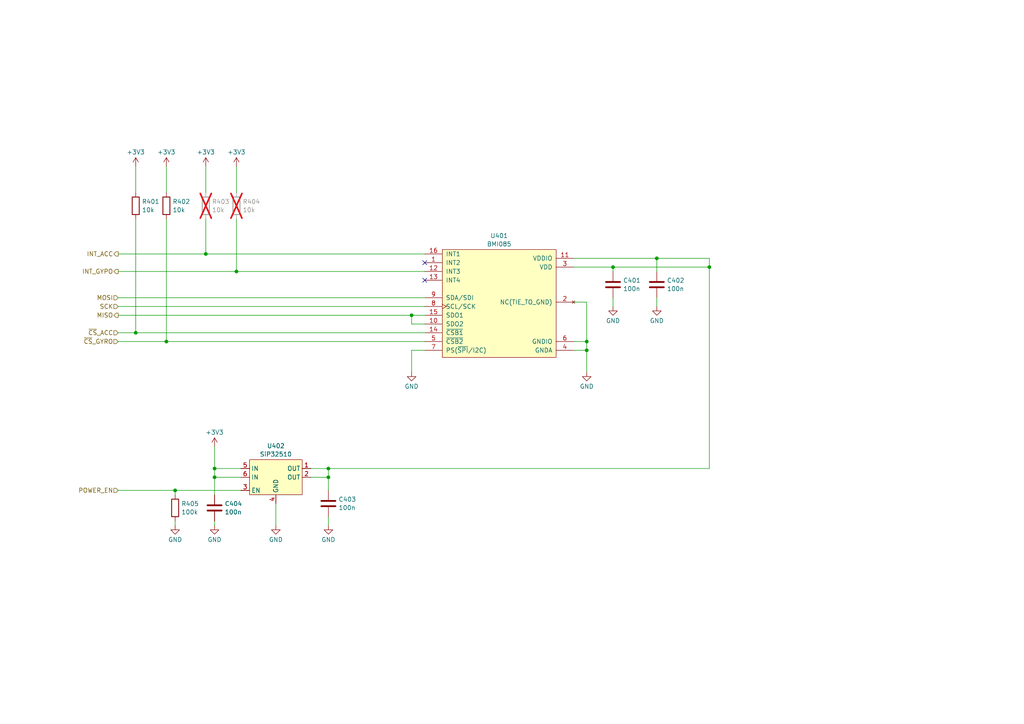
<source format=kicad_sch>
(kicad_sch (version 20230121) (generator eeschema)
  (paper "A4")
  (lib_symbols
    (symbol "Device:C" (pin_numbers hide) (pin_names (offset 0.254))
      (property "Reference" "C" (at 0.635 2.54 0))
      (property "Value" "C" (at 0.635 -2.54 0))
      (symbol "C_0_1"
        (polyline (pts (xy -2.032 -0.762) (xy 2.032 -0.762)) (stroke (width 0.508)))
        (polyline (pts (xy -2.032 0.762) (xy 2.032 0.762)) (stroke (width 0.508)))
      )
      (symbol "C_1_1"
        (pin passive line (at 0 3.81 270) (length 2.794) (name "~") (number "1"))
        (pin passive line (at 0 -3.81 90) (length 2.794) (name "~") (number "2"))
      )
    )
    (symbol "Device:R" (pin_numbers hide) (pin_names (offset 0))
      (property "Reference" "R" (at 2.032 0 90))
      (property "Value" "R" (at 0 0 90))
      (symbol "R_0_1"
        (rectangle (start -1.016 -2.54) (end 1.016 2.54) (stroke (width 0.254)))
      )
      (symbol "R_1_1"
        (pin passive line (at 0 3.81 270) (length 1.27) (name "~") (number "1"))
        (pin passive line (at 0 -3.81 90) (length 1.27) (name "~") (number "2"))
      )
    )
    (symbol "power:+3V3" (power) (pin_names (offset 0))
      (property "Value" "+3V3" (at 0 3.556 0))
      (symbol "+3V3_0_1"
        (polyline (pts (xy -0.762 1.27) (xy 0 2.54)))
        (polyline (pts (xy 0 0) (xy 0 2.54)))
        (polyline (pts (xy 0 2.54) (xy 0.762 1.27)))
      )
      (symbol "+3V3_1_1"
        (pin power_in line (at 0 0 90) (length 0) hide (name "+3V3") (number "1"))
      )
    )
    (symbol "power:GND" (power) (pin_names (offset 0))
      (property "Value" "GND" (at 0 -3.81 0))
      (symbol "GND_0_1"
        (polyline (pts (xy 0 0) (xy 0 -1.27) (xy 1.27 -1.27) (xy 0 -2.54) (xy -1.27 -1.27) (xy 0 -1.27)))
      )
      (symbol "GND_1_1"
        (pin power_in line (at 0 0 270) (length 0) hide (name "GND") (number "1"))
      )
    )
    (symbol "shimatta_pmic:SiP32510"
      (property "Reference" "U" (at 5.08 6.35 0))
      (property "Value" "SiP32510" (at -2.54 6.35 0))
      (symbol "SiP32510_1_1"
        (rectangle (start -7.62 5.08) (end 7.62 -5.08) (fill (type background)))
        (pin power_out line (at 10.16 2.54 180) (length 2.54) (name "OUT") (number "1"))
        (pin power_out line (at 10.16 0 180) (length 2.54) (name "OUT") (number "2"))
        (pin input line (at -10.16 -3.81 0) (length 2.54) (name "EN") (number "3"))
        (pin power_in line (at 0 -7.62 90) (length 2.54) (name "GND") (number "4"))
        (pin power_in line (at -10.16 2.54 0) (length 2.54) (name "IN") (number "5"))
        (pin power_in line (at -10.16 0 0) (length 2.54) (name "IN") (number "6"))
      )
    )
    (symbol "shimatta_sensors:BMI085" (pin_names (offset 1.016))
      (property "Reference" "U" (at 16.51 1.27 0))
      (property "Value" "BMI085" (at 16.51 -2.54 0))
      (symbol "BMI085_0_1"
        (rectangle (start 0 0) (end 33.02 -31.242) (fill (type background)))
      )
      (symbol "BMI085_1_1"
        (pin bidirectional line (at -5.08 -3.81 0) (length 5.08) (name "INT2") (number "1"))
        (pin output line (at -5.08 -21.59 0) (length 5.08) (name "SDO2") (number "10"))
        (pin power_in line (at 38.1 -2.54 180) (length 5.08) (name "VDDIO") (number "11"))
        (pin bidirectional line (at -5.08 -6.35 0) (length 5.08) (name "INT3") (number "12"))
        (pin bidirectional line (at -5.08 -8.89 0) (length 5.08) (name "INT4") (number "13"))
        (pin input line (at -5.08 -24.13 0) (length 5.08) (name "~{CSB1}") (number "14"))
        (pin output line (at -5.08 -19.05 0) (length 5.08) (name "SDO1") (number "15"))
        (pin bidirectional line (at -5.08 -1.27 0) (length 5.08) (name "INT1") (number "16"))
        (pin no_connect line (at 38.1 -15.24 180) (length 5.08) (name "NC(TIE_TO_GND)") (number "2"))
        (pin power_in line (at 38.1 -5.08 180) (length 5.08) (name "VDD") (number "3"))
        (pin power_in line (at 38.1 -29.21 180) (length 5.08) (name "GNDA") (number "4"))
        (pin input line (at -5.08 -26.67 0) (length 5.08) (name "~{CSB2}") (number "5"))
        (pin power_in line (at 38.1 -26.67 180) (length 5.08) (name "GNDIO") (number "6"))
        (pin input line (at -5.08 -29.21 0) (length 5.08) (name "PS(~{SPI}/I2C)") (number "7"))
        (pin input clock (at -5.08 -16.51 0) (length 5.08) (name "SCL/SCK") (number "8"))
        (pin bidirectional line (at -5.08 -13.97 0) (length 5.08) (name "SDA/SDI") (number "9"))
      )
    )
  )
  (junction (at 62.23 135.89))
  (junction (at 59.69 73.66))
  (junction (at 48.26 99.06))
  (junction (at 95.25 138.43))
  (junction (at 95.25 135.89))
  (junction (at 119.38 91.44))
  (junction (at 50.8 142.24))
  (junction (at 205.74 77.47))
  (junction (at 68.58 78.74))
  (junction (at 170.18 101.6))
  (junction (at 170.18 99.06))
  (junction (at 62.23 138.43))
  (junction (at 39.37 96.52))
  (junction (at 177.8 77.47))
  (junction (at 190.5 74.93))
  (no_connect (at 123.19 76.2))
  (no_connect (at 123.19 81.28))
  (wire (pts (xy 48.26 63.5) (xy 48.26 99.06)))
  (wire (pts (xy 80.01 146.05) (xy 80.01 152.4)))
  (wire (pts (xy 119.38 101.6) (xy 119.38 107.95)))
  (wire (pts (xy 190.5 74.93) (xy 205.74 74.93)))
  (wire (pts (xy 62.23 143.51) (xy 62.23 138.43)))
  (wire (pts (xy 39.37 48.26) (xy 39.37 55.88)))
  (wire (pts (xy 50.8 151.13) (xy 50.8 152.4)))
  (wire (pts (xy 68.58 63.5) (xy 68.58 78.74)))
  (wire (pts (xy 190.5 86.36) (xy 190.5 88.9)))
  (wire (pts (xy 177.8 77.47) (xy 205.74 77.47)))
  (wire (pts (xy 50.8 142.24) (xy 69.85 142.24)))
  (wire (pts (xy 34.29 91.44) (xy 119.38 91.44)))
  (wire (pts (xy 177.8 77.47) (xy 177.8 78.74)))
  (wire (pts (xy 95.25 135.89) (xy 90.17 135.89)))
  (wire (pts (xy 62.23 138.43) (xy 69.85 138.43)))
  (wire (pts (xy 205.74 77.47) (xy 205.74 135.89)))
  (wire (pts (xy 95.25 138.43) (xy 95.25 135.89)))
  (wire (pts (xy 34.29 142.24) (xy 50.8 142.24)))
  (wire (pts (xy 123.19 93.98) (xy 119.38 93.98)))
  (wire (pts (xy 177.8 86.36) (xy 177.8 88.9)))
  (wire (pts (xy 48.26 48.26) (xy 48.26 55.88)))
  (wire (pts (xy 59.69 73.66) (xy 123.19 73.66)))
  (wire (pts (xy 170.18 87.63) (xy 170.18 99.06)))
  (wire (pts (xy 62.23 138.43) (xy 62.23 135.89)))
  (wire (pts (xy 90.17 138.43) (xy 95.25 138.43)))
  (wire (pts (xy 95.25 142.24) (xy 95.25 138.43)))
  (wire (pts (xy 170.18 101.6) (xy 170.18 107.95)))
  (wire (pts (xy 205.74 135.89) (xy 95.25 135.89)))
  (wire (pts (xy 59.69 63.5) (xy 59.69 73.66)))
  (wire (pts (xy 62.23 135.89) (xy 69.85 135.89)))
  (wire (pts (xy 34.29 99.06) (xy 48.26 99.06)))
  (wire (pts (xy 59.69 48.26) (xy 59.69 55.88)))
  (wire (pts (xy 48.26 99.06) (xy 123.19 99.06)))
  (wire (pts (xy 166.37 77.47) (xy 177.8 77.47)))
  (wire (pts (xy 119.38 91.44) (xy 123.19 91.44)))
  (wire (pts (xy 123.19 101.6) (xy 119.38 101.6)))
  (wire (pts (xy 170.18 99.06) (xy 170.18 101.6)))
  (wire (pts (xy 95.25 149.86) (xy 95.25 152.4)))
  (wire (pts (xy 34.29 73.66) (xy 59.69 73.66)))
  (wire (pts (xy 166.37 99.06) (xy 170.18 99.06)))
  (wire (pts (xy 68.58 78.74) (xy 123.19 78.74)))
  (wire (pts (xy 190.5 74.93) (xy 190.5 78.74)))
  (wire (pts (xy 166.37 87.63) (xy 170.18 87.63)))
  (wire (pts (xy 39.37 63.5) (xy 39.37 96.52)))
  (wire (pts (xy 62.23 129.54) (xy 62.23 135.89)))
  (wire (pts (xy 166.37 101.6) (xy 170.18 101.6)))
  (wire (pts (xy 39.37 96.52) (xy 123.19 96.52)))
  (wire (pts (xy 62.23 151.13) (xy 62.23 152.4)))
  (wire (pts (xy 34.29 78.74) (xy 68.58 78.74)))
  (wire (pts (xy 34.29 96.52) (xy 39.37 96.52)))
  (wire (pts (xy 34.29 86.36) (xy 123.19 86.36)))
  (wire (pts (xy 50.8 142.24) (xy 50.8 143.51)))
  (wire (pts (xy 34.29 88.9) (xy 123.19 88.9)))
  (wire (pts (xy 68.58 48.26) (xy 68.58 55.88)))
  (wire (pts (xy 119.38 93.98) (xy 119.38 91.44)))
  (wire (pts (xy 205.74 74.93) (xy 205.74 77.47)))
  (wire (pts (xy 166.37 74.93) (xy 190.5 74.93)))
  (hierarchical_label "MOSI" (shape input) (at 34.29 86.36 180))
  (hierarchical_label "POWER_EN" (shape input) (at 34.29 142.24 180))
  (hierarchical_label "MISO" (shape output) (at 34.29 91.44 180))
  (hierarchical_label "INT_ACC" (shape output) (at 34.29 73.66 180))
  (hierarchical_label "SCK" (shape input) (at 34.29 88.9 180))
  (hierarchical_label "~{CS}_ACC" (shape input) (at 34.29 96.52 180))
  (hierarchical_label "~{CS}_GYRO" (shape input) (at 34.29 99.06 180))
  (hierarchical_label "INT_GYPO" (shape output) (at 34.29 78.74 180))
  (symbol (lib_id "Device:R") (at 68.58 59.69 0) (unit 1) (dnp yes)
    (property "Reference" "R404" (at 70.358 58.4779 0) (effects (justify left)))
    (property "Value" "10k" (at 70.358 60.9021 0) (effects (justify left)))
  )
  (symbol (lib_id "Device:R") (at 50.8 147.32 0) (unit 1)
    (property "Reference" "R405" (at 52.578 146.1079 0) (effects (justify left)))
    (property "Value" "100k" (at 52.578 148.5321 0) (effects (justify left)))
  )
  (symbol (lib_id "Device:C") (at 177.8 82.55 0) (unit 1)
    (property "Reference" "C401" (at 180.721 81.3379 0) (effects (justify left)))
    (property "Value" "100n" (at 180.721 83.7621 0) (effects (justify left)))
  )
  (symbol (lib_id "power:+3V3") (at 39.37 48.26 0) (unit 1)
    (property "Reference" "#PWR0401" (effects hide))
    (property "Value" "+3V3" (at 39.37 44.1269 0))
  )
  (symbol (lib_id "power:+3V3") (at 62.23 129.54 0) (unit 1)
    (property "Reference" "#PWR0409" (effects hide))
    (property "Value" "+3V3" (at 62.23 125.4069 0))
  )
  (symbol (lib_id "power:GND") (at 177.8 88.9 0) (unit 1)
    (property "Reference" "#PWR0405" (effects hide))
    (property "Value" "GND" (at 177.8 93.0331 0))
  )
  (symbol (lib_id "power:GND") (at 80.01 152.4 0) (unit 1)
    (property "Reference" "#PWR0412" (effects hide))
    (property "Value" "GND" (at 80.01 156.5331 0))
  )
  (symbol (lib_id "power:+3V3") (at 68.58 48.26 0) (unit 1)
    (property "Reference" "#PWR0404" (effects hide))
    (property "Value" "+3V3" (at 68.58 44.1269 0))
  )
  (symbol (lib_id "power:GND") (at 190.5 88.9 0) (unit 1)
    (property "Reference" "#PWR0406" (effects hide))
    (property "Value" "GND" (at 190.5 93.0331 0))
  )
  (symbol (lib_id "power:GND") (at 170.18 107.95 0) (unit 1)
    (property "Reference" "#PWR0408" (effects hide))
    (property "Value" "GND" (at 170.18 112.0831 0))
  )
  (symbol (lib_id "Device:R") (at 39.37 59.69 0) (unit 1)
    (property "Reference" "R401" (at 41.148 58.4779 0) (effects (justify left)))
    (property "Value" "10k" (at 41.148 60.9021 0) (effects (justify left)))
  )
  (symbol (lib_id "Device:C") (at 190.5 82.55 0) (unit 1)
    (property "Reference" "C402" (at 193.421 81.3379 0) (effects (justify left)))
    (property "Value" "100n" (at 193.421 83.7621 0) (effects (justify left)))
  )
  (symbol (lib_id "Device:C") (at 95.25 146.05 0) (unit 1)
    (property "Reference" "C403" (at 98.171 144.8379 0) (effects (justify left)))
    (property "Value" "100n" (at 98.171 147.2621 0) (effects (justify left)))
  )
  (symbol (lib_id "shimatta_pmic:SiP32510") (at 80.01 138.43 0) (unit 1)
    (property "Reference" "U402" (at 80.01 129.3327 0))
    (property "Value" "SiP32510" (at 80.01 131.7569 0))
    (property "Footprint" "Package_TO_SOT_SMD:SOT-23-6" (effects hide))
    (property "Datasheet" "https://www.vishay.com/docs/63577/sip32510.pdf" (effects hide))
  )
  (symbol (lib_id "power:GND") (at 119.38 107.95 0) (unit 1)
    (property "Reference" "#PWR0407" (effects hide))
    (property "Value" "GND" (at 119.38 112.0831 0))
  )
  (symbol (lib_id "power:GND") (at 50.8 152.4 0) (unit 1)
    (property "Reference" "#PWR0410" (effects hide))
    (property "Value" "GND" (at 50.8 156.5331 0))
  )
  (symbol (lib_id "Device:R") (at 48.26 59.69 0) (unit 1)
    (property "Reference" "R402" (at 50.038 58.4779 0) (effects (justify left)))
    (property "Value" "10k" (at 50.038 60.9021 0) (effects (justify left)))
  )
  (symbol (lib_id "power:GND") (at 62.23 152.4 0) (unit 1)
    (property "Reference" "#PWR0411" (effects hide))
    (property "Value" "GND" (at 62.23 156.5331 0))
  )
  (symbol (lib_id "shimatta_sensors:BMI085") (at 128.27 72.39 0) (unit 1)
    (property "Reference" "U401" (at 144.78 68.3727 0))
    (property "Value" "BMI085" (at 144.78 70.7969 0))
  )
  (symbol (lib_id "power:GND") (at 95.25 152.4 0) (unit 1)
    (property "Reference" "#PWR0413" (effects hide))
    (property "Value" "GND" (at 95.25 156.5331 0))
  )
  (symbol (lib_id "Device:R") (at 59.69 59.69 0) (unit 1) (dnp yes)
    (property "Reference" "R403" (at 61.468 58.4779 0) (effects (justify left)))
    (property "Value" "10k" (at 61.468 60.9021 0) (effects (justify left)))
  )
  (symbol (lib_id "power:+3V3") (at 48.26 48.26 0) (unit 1)
    (property "Reference" "#PWR0402" (effects hide))
    (property "Value" "+3V3" (at 48.26 44.1269 0))
  )
  (symbol (lib_id "Device:C") (at 62.23 147.32 0) (unit 1)
    (property "Reference" "C404" (at 65.151 146.1079 0) (effects (justify left)))
    (property "Value" "100n" (at 65.151 148.5321 0) (effects (justify left)))
  )
  (symbol (lib_id "power:+3V3") (at 59.69 48.26 0) (unit 1)
    (property "Reference" "#PWR0403" (effects hide))
    (property "Value" "+3V3" (at 59.69 44.1269 0))
  )
)
</source>
